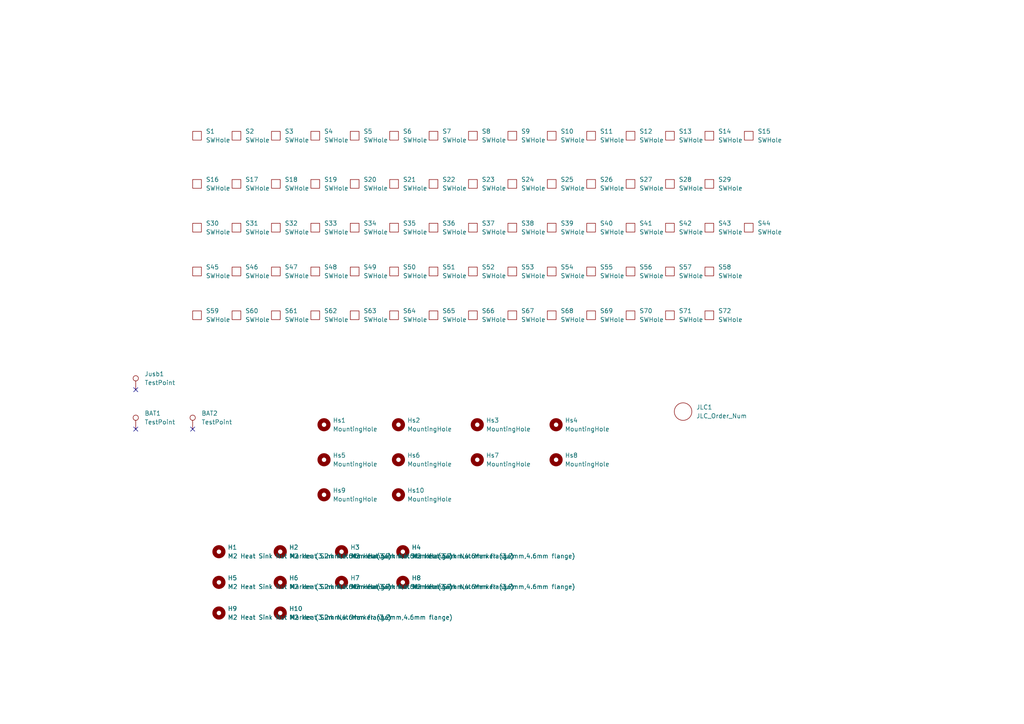
<source format=kicad_sch>
(kicad_sch (version 20250114) (generator "eeschema") (generator_version "9.0")
  (paper "A4")
  (lib_symbols
    (symbol "Connector:TestPoint" (pin_numbers (hide yes)) (pin_names (offset 0.762) (hide yes))
      (property "Reference" "TP" (at 0 6.858 0))
      (property "Value" "TestPoint" (at 0 5.08 0))
      (symbol "TestPoint_0_1"
        (circle (center 0 3.302) (radius 0.762))
      )
      (symbol "TestPoint_1_1"
        (pin passive line (at 0 0 90) (length 2.54) (name "1") (number "1"))
      )
    )
    (symbol "Mechanical:MountingHole" (pin_names (offset 1.016)) (in_bom no)
      (property "Reference" "H" (at 0 5.08 0))
      (property "Value" "MountingHole" (at 0 3.175 0))
      (symbol "MountingHole_0_1"
        (circle (center 0 0) (radius 1.27) (stroke (width 1.27)))
      )
    )
    (symbol "tmr-lib:JLC_Order_Num"
      (property "Reference" "JLC" (at 0 0 0))
      (property "Value" "JLC_Order_Num" (at 0 0 0))
      (symbol "JLC_Order_Num_0_1"
        (circle (center 0 0) (radius 2.54) (stroke (width 0.1524)))
      )
    )
    (symbol "tmr-lib:SWHole"
      (property "Reference" "S" (at 0 2.54 0))
      (property "Value" "SWHole" (at 0 -2.54 0))
      (symbol "SWHole_0_1"
        (rectangle (start -1.27 1.27) (end 1.27 -1.27) (stroke (width 0.1524)))
      )
    )
  )
  (no_connect (at 39.37 124.46))
  (no_connect (at 39.37 113.03))
  (no_connect (at 55.88 124.46))
  (symbol (lib_id "tmr-lib:SWHole") (at 125.73 53.34 0) (unit 1)
    (property "Reference" "S22" (at 128.27 52.0699 0) (effects (justify left)))
    (property "Value" "SWHole" (at 128.27 54.6099 0) (effects (justify left)))
    (property "Footprint" "tmr-lib:Switch_Cutout" (effects (hide yes)))
  )
  (symbol (lib_id "tmr-lib:SWHole") (at 148.59 66.04 0) (unit 1)
    (property "Reference" "S38" (at 151.13 64.7699 0) (effects (justify left)))
    (property "Value" "SWHole" (at 151.13 67.3099 0) (effects (justify left)))
    (property "Footprint" "tmr-lib:Switch_Cutout" (effects (hide yes)))
  )
  (symbol (lib_id "tmr-lib:SWHole") (at 68.58 91.44 0) (unit 1)
    (property "Reference" "S60" (at 71.12 90.1699 0) (effects (justify left)))
    (property "Value" "SWHole" (at 71.12 92.7099 0) (effects (justify left)))
    (property "Footprint" "tmr-lib:Switch_Cutout_1.25u" (effects (hide yes)))
  )
  (symbol (lib_id "tmr-lib:SWHole") (at 137.16 66.04 0) (unit 1)
    (property "Reference" "S37" (at 139.7 64.7699 0) (effects (justify left)))
    (property "Value" "SWHole" (at 139.7 67.3099 0) (effects (justify left)))
    (property "Footprint" "tmr-lib:Switch_Cutout" (effects (hide yes)))
  )
  (symbol (lib_id "Mechanical:MountingHole") (at 115.57 133.35 0) (unit 1) (in_bom no)
    (property "Reference" "Hs6" (at 118.11 132.0799 0) (effects (justify left)))
    (property "Value" "MountingHole" (at 118.11 134.6199 0) (effects (justify left)))
    (property "Footprint" "MountingHole:MountingHole_2.1mm" (effects (hide yes)))
    (property "Description" "Mounting Hole without connection" (effects (hide yes)))
  )
  (symbol (lib_id "tmr-lib:SWHole") (at 205.74 78.74 0) (unit 1)
    (property "Reference" "S58" (at 208.28 77.4699 0) (effects (justify left)))
    (property "Value" "SWHole" (at 208.28 80.0099 0) (effects (justify left)))
    (property "Footprint" "tmr-lib:Switch_Cutout" (effects (hide yes)))
  )
  (symbol (lib_id "Mechanical:MountingHole") (at 63.5 168.91 0) (unit 1) (in_bom no)
    (property "Reference" "H5" (at 66.04 167.6399 0) (effects (justify left)))
    (property "Value" "M2 Heat Sink Nut Marker (3.2mm,4.6mm flange)" (at 66.04 170.1799 0) (effects (justify left)))
    (property "Footprint" "tmr-lib:M2_HeatSinkNut_Flanged" (effects (hide yes)))
    (property "Description" "Mounting Hole without connection" (effects (hide yes)))
  )
  (symbol (lib_id "tmr-lib:SWHole") (at 102.87 53.34 0) (unit 1)
    (property "Reference" "S20" (at 105.41 52.0699 0) (effects (justify left)))
    (property "Value" "SWHole" (at 105.41 54.6099 0) (effects (justify left)))
    (property "Footprint" "tmr-lib:Switch_Cutout" (effects (hide yes)))
  )
  (symbol (lib_id "tmr-lib:SWHole") (at 114.3 78.74 0) (unit 1)
    (property "Reference" "S50" (at 116.84 77.4699 0) (effects (justify left)))
    (property "Value" "SWHole" (at 116.84 80.0099 0) (effects (justify left)))
    (property "Footprint" "tmr-lib:Switch_Cutout" (effects (hide yes)))
  )
  (symbol (lib_id "Mechanical:MountingHole") (at 81.28 160.02 0) (unit 1) (in_bom no)
    (property "Reference" "H2" (at 83.82 158.7499 0) (effects (justify left)))
    (property "Value" "M2 Heat Sink Nut Marker (3.2mm,4.6mm flange)" (at 83.82 161.2899 0) (effects (justify left)))
    (property "Footprint" "tmr-lib:M2_HeatSinkNut_Flanged" (effects (hide yes)))
    (property "Description" "Mounting Hole without connection" (effects (hide yes)))
  )
  (symbol (lib_id "tmr-lib:SWHole") (at 114.3 91.44 0) (unit 1)
    (property "Reference" "S64" (at 116.84 90.1699 0) (effects (justify left)))
    (property "Value" "SWHole" (at 116.84 92.7099 0) (effects (justify left)))
    (property "Footprint" "tmr-lib:Switch_Cutout_2u" (effects (hide yes)))
  )
  (symbol (lib_id "tmr-lib:SWHole") (at 80.01 78.74 0) (unit 1)
    (property "Reference" "S47" (at 82.55 77.4699 0) (effects (justify left)))
    (property "Value" "SWHole" (at 82.55 80.0099 0) (effects (justify left)))
    (property "Footprint" "tmr-lib:Switch_Cutout" (effects (hide yes)))
  )
  (symbol (lib_id "tmr-lib:SWHole") (at 114.3 39.37 0) (unit 1)
    (property "Reference" "S6" (at 116.84 38.0999 0) (effects (justify left)))
    (property "Value" "SWHole" (at 116.84 40.6399 0) (effects (justify left)))
    (property "Footprint" "tmr-lib:Switch_Cutout" (effects (hide yes)))
  )
  (symbol (lib_id "tmr-lib:SWHole") (at 68.58 53.34 0) (unit 1)
    (property "Reference" "S17" (at 71.12 52.0699 0) (effects (justify left)))
    (property "Value" "SWHole" (at 71.12 54.6099 0) (effects (justify left)))
    (property "Footprint" "tmr-lib:Switch_Cutout" (effects (hide yes)))
  )
  (symbol (lib_id "Mechanical:MountingHole") (at 161.29 133.35 0) (unit 1) (in_bom no)
    (property "Reference" "Hs8" (at 163.83 132.0799 0) (effects (justify left)))
    (property "Value" "MountingHole" (at 163.83 134.6199 0) (effects (justify left)))
    (property "Footprint" "MountingHole:MountingHole_2.1mm" (effects (hide yes)))
    (property "Description" "Mounting Hole without connection" (effects (hide yes)))
  )
  (symbol (lib_id "tmr-lib:SWHole") (at 194.31 78.74 0) (unit 1)
    (property "Reference" "S57" (at 196.85 77.4699 0) (effects (justify left)))
    (property "Value" "SWHole" (at 196.85 80.0099 0) (effects (justify left)))
    (property "Footprint" "tmr-lib:Switch_Cutout_1.25u" (effects (hide yes)))
  )
  (symbol (lib_id "tmr-lib:SWHole") (at 194.31 53.34 0) (unit 1)
    (property "Reference" "S28" (at 196.85 52.0699 0) (effects (justify left)))
    (property "Value" "SWHole" (at 196.85 54.6099 0) (effects (justify left)))
    (property "Footprint" "tmr-lib:Switch_Cutout" (effects (hide yes)))
  )
  (symbol (lib_id "tmr-lib:SWHole") (at 194.31 66.04 0) (unit 1)
    (property "Reference" "S42" (at 196.85 64.7699 0) (effects (justify left)))
    (property "Value" "SWHole" (at 196.85 67.3099 0) (effects (justify left)))
    (property "Footprint" "tmr-lib:Switch_Cutout" (effects (hide yes)))
  )
  (symbol (lib_id "tmr-lib:SWHole") (at 68.58 66.04 0) (unit 1)
    (property "Reference" "S31" (at 71.12 64.7699 0) (effects (justify left)))
    (property "Value" "SWHole" (at 71.12 67.3099 0) (effects (justify left)))
    (property "Footprint" "tmr-lib:Switch_Cutout" (effects (hide yes)))
  )
  (symbol (lib_id "tmr-lib:SWHole") (at 102.87 66.04 0) (unit 1)
    (property "Reference" "S34" (at 105.41 64.7699 0) (effects (justify left)))
    (property "Value" "SWHole" (at 105.41 67.3099 0) (effects (justify left)))
    (property "Footprint" "tmr-lib:Switch_Cutout" (effects (hide yes)))
  )
  (symbol (lib_id "tmr-lib:SWHole") (at 57.15 78.74 0) (unit 1)
    (property "Reference" "S45" (at 59.69 77.4699 0) (effects (justify left)))
    (property "Value" "SWHole" (at 59.69 80.0099 0) (effects (justify left)))
    (property "Footprint" "tmr-lib:Switch_Cutout_1.25u" (effects (hide yes)))
  )
  (symbol (lib_id "Mechanical:MountingHole") (at 93.98 123.19 0) (unit 1) (in_bom no)
    (property "Reference" "Hs1" (at 96.52 121.9199 0) (effects (justify left)))
    (property "Value" "MountingHole" (at 96.52 124.4599 0) (effects (justify left)))
    (property "Footprint" "MountingHole:MountingHole_2.1mm" (effects (hide yes)))
    (property "Description" "Mounting Hole without connection" (effects (hide yes)))
  )
  (symbol (lib_id "tmr-lib:SWHole") (at 57.15 39.37 0) (unit 1)
    (property "Reference" "S1" (at 59.69 38.0999 0) (effects (justify left)))
    (property "Value" "SWHole" (at 59.69 40.6399 0) (effects (justify left)))
    (property "Footprint" "tmr-lib:Switch_Cutout" (effects (hide yes)))
  )
  (symbol (lib_id "tmr-lib:SWHole") (at 205.74 91.44 0) (unit 1)
    (property "Reference" "S72" (at 208.28 90.1699 0) (effects (justify left)))
    (property "Value" "SWHole" (at 208.28 92.7099 0) (effects (justify left)))
    (property "Footprint" "tmr-lib:Switch_Cutout" (effects (hide yes)))
  )
  (symbol (lib_id "tmr-lib:SWHole") (at 125.73 39.37 0) (unit 1)
    (property "Reference" "S7" (at 128.27 38.0999 0) (effects (justify left)))
    (property "Value" "SWHole" (at 128.27 40.6399 0) (effects (justify left)))
    (property "Footprint" "tmr-lib:Switch_Cutout" (effects (hide yes)))
  )
  (symbol (lib_id "tmr-lib:SWHole") (at 148.59 39.37 0) (unit 1)
    (property "Reference" "S9" (at 151.13 38.0999 0) (effects (justify left)))
    (property "Value" "SWHole" (at 151.13 40.6399 0) (effects (justify left)))
    (property "Footprint" "tmr-lib:Switch_Cutout" (effects (hide yes)))
  )
  (symbol (lib_id "tmr-lib:SWHole") (at 68.58 78.74 0) (unit 1)
    (property "Reference" "S46" (at 71.12 77.4699 0) (effects (justify left)))
    (property "Value" "SWHole" (at 71.12 80.0099 0) (effects (justify left)))
    (property "Footprint" "tmr-lib:Switch_Cutout_1.75u" (effects (hide yes)))
  )
  (symbol (lib_id "tmr-lib:SWHole") (at 171.45 91.44 0) (unit 1)
    (property "Reference" "S69" (at 173.99 90.1699 0) (effects (justify left)))
    (property "Value" "SWHole" (at 173.99 92.7099 0) (effects (justify left)))
    (property "Footprint" "tmr-lib:Switch_Cutout" (effects (hide yes)))
  )
  (symbol (lib_id "tmr-lib:SWHole") (at 171.45 39.37 0) (unit 1)
    (property "Reference" "S11" (at 173.99 38.0999 0) (effects (justify left)))
    (property "Value" "SWHole" (at 173.99 40.6399 0) (effects (justify left)))
    (property "Footprint" "tmr-lib:Switch_Cutout" (effects (hide yes)))
  )
  (symbol (lib_id "tmr-lib:SWHole") (at 194.31 91.44 0) (unit 1)
    (property "Reference" "S71" (at 196.85 90.1699 0) (effects (justify left)))
    (property "Value" "SWHole" (at 196.85 92.7099 0) (effects (justify left)))
    (property "Footprint" "tmr-lib:Switch_Cutout" (effects (hide yes)))
  )
  (symbol (lib_id "tmr-lib:SWHole") (at 205.74 39.37 0) (unit 1)
    (property "Reference" "S14" (at 208.28 38.0999 0) (effects (justify left)))
    (property "Value" "SWHole" (at 208.28 40.6399 0) (effects (justify left)))
    (property "Footprint" "tmr-lib:Switch_Cutout" (effects (hide yes)))
  )
  (symbol (lib_id "tmr-lib:SWHole") (at 148.59 91.44 0) (unit 1)
    (property "Reference" "S67" (at 151.13 90.1699 0) (effects (justify left)))
    (property "Value" "SWHole" (at 151.13 92.7099 0) (effects (justify left)))
    (property "Footprint" "tmr-lib:Switch_Cutout" (effects (hide yes)))
  )
  (symbol (lib_id "tmr-lib:JLC_Order_Num") (at 198.12 119.38 0) (unit 1)
    (property "Reference" "JLC1" (at 201.93 118.1099 0) (effects (justify left)))
    (property "Value" "JLC_Order_Num" (at 201.93 120.6499 0) (effects (justify left)))
    (property "Footprint" "tmr-lib:JLC_Order_Num" (effects (hide yes)))
  )
  (symbol (lib_id "tmr-lib:SWHole") (at 91.44 53.34 0) (unit 1)
    (property "Reference" "S19" (at 93.98 52.0699 0) (effects (justify left)))
    (property "Value" "SWHole" (at 93.98 54.6099 0) (effects (justify left)))
    (property "Footprint" "tmr-lib:Switch_Cutout" (effects (hide yes)))
  )
  (symbol (lib_id "tmr-lib:SWHole") (at 102.87 39.37 0) (unit 1)
    (property "Reference" "S5" (at 105.41 38.0999 0) (effects (justify left)))
    (property "Value" "SWHole" (at 105.41 40.6399 0) (effects (justify left)))
    (property "Footprint" "tmr-lib:Switch_Cutout" (effects (hide yes)))
  )
  (symbol (lib_id "tmr-lib:SWHole") (at 91.44 39.37 0) (unit 1)
    (property "Reference" "S4" (at 93.98 38.0999 0) (effects (justify left)))
    (property "Value" "SWHole" (at 93.98 40.6399 0) (effects (justify left)))
    (property "Footprint" "tmr-lib:Switch_Cutout" (effects (hide yes)))
  )
  (symbol (lib_id "tmr-lib:SWHole") (at 137.16 91.44 0) (unit 1)
    (property "Reference" "S66" (at 139.7 90.1699 0) (effects (justify left)))
    (property "Value" "SWHole" (at 139.7 92.7099 0) (effects (justify left)))
    (property "Footprint" "tmr-lib:Switch_Cutout_2u" (effects (hide yes)))
  )
  (symbol (lib_id "tmr-lib:SWHole") (at 182.88 91.44 0) (unit 1)
    (property "Reference" "S70" (at 185.42 90.1699 0) (effects (justify left)))
    (property "Value" "SWHole" (at 185.42 92.7099 0) (effects (justify left)))
    (property "Footprint" "tmr-lib:Switch_Cutout_1.25u" (effects (hide yes)))
  )
  (symbol (lib_id "tmr-lib:SWHole") (at 68.58 39.37 0) (unit 1)
    (property "Reference" "S2" (at 71.12 38.0999 0) (effects (justify left)))
    (property "Value" "SWHole" (at 71.12 40.6399 0) (effects (justify left)))
    (property "Footprint" "tmr-lib:Switch_Cutout" (effects (hide yes)))
  )
  (symbol (lib_id "tmr-lib:SWHole") (at 125.73 78.74 0) (unit 1)
    (property "Reference" "S51" (at 128.27 77.4699 0) (effects (justify left)))
    (property "Value" "SWHole" (at 128.27 80.0099 0) (effects (justify left)))
    (property "Footprint" "tmr-lib:Switch_Cutout" (effects (hide yes)))
  )
  (symbol (lib_id "Mechanical:MountingHole") (at 138.43 133.35 0) (unit 1) (in_bom no)
    (property "Reference" "Hs7" (at 140.97 132.0799 0) (effects (justify left)))
    (property "Value" "MountingHole" (at 140.97 134.6199 0) (effects (justify left)))
    (property "Footprint" "MountingHole:MountingHole_2.1mm" (effects (hide yes)))
    (property "Description" "Mounting Hole without connection" (effects (hide yes)))
  )
  (symbol (lib_id "tmr-lib:SWHole") (at 137.16 53.34 0) (unit 1)
    (property "Reference" "S23" (at 139.7 52.0699 0) (effects (justify left)))
    (property "Value" "SWHole" (at 139.7 54.6099 0) (effects (justify left)))
    (property "Footprint" "tmr-lib:Switch_Cutout" (effects (hide yes)))
  )
  (symbol (lib_id "Mechanical:MountingHole") (at 115.57 143.51 0) (unit 1) (in_bom no)
    (property "Reference" "Hs10" (at 118.11 142.2399 0) (effects (justify left)))
    (property "Value" "MountingHole" (at 118.11 144.7799 0) (effects (justify left)))
    (property "Footprint" "MountingHole:MountingHole_2.1mm" (effects (hide yes)))
    (property "Description" "Mounting Hole without connection" (effects (hide yes)))
  )
  (symbol (lib_id "Mechanical:MountingHole") (at 81.28 168.91 0) (unit 1) (in_bom no)
    (property "Reference" "H6" (at 83.82 167.6399 0) (effects (justify left)))
    (property "Value" "M2 Heat Sink Nut Marker (3.2mm,4.6mm flange)" (at 83.82 170.1799 0) (effects (justify left)))
    (property "Footprint" "tmr-lib:M2_HeatSinkNut_Flanged" (effects (hide yes)))
    (property "Description" "Mounting Hole without connection" (effects (hide yes)))
  )
  (symbol (lib_id "tmr-lib:SWHole") (at 91.44 78.74 0) (unit 1)
    (property "Reference" "S48" (at 93.98 77.4699 0) (effects (justify left)))
    (property "Value" "SWHole" (at 93.98 80.0099 0) (effects (justify left)))
    (property "Footprint" "tmr-lib:Switch_Cutout" (effects (hide yes)))
  )
  (symbol (lib_id "Mechanical:MountingHole") (at 116.84 160.02 0) (unit 1) (in_bom no)
    (property "Reference" "H4" (at 119.38 158.7499 0) (effects (justify left)))
    (property "Value" "M2 Heat Sink Nut Marker (3.2mm,4.6mm flange)" (at 119.38 161.2899 0) (effects (justify left)))
    (property "Footprint" "tmr-lib:M2_HeatSinkNut_Flanged" (effects (hide yes)))
    (property "Description" "Mounting Hole without connection" (effects (hide yes)))
  )
  (symbol (lib_id "Mechanical:MountingHole") (at 115.57 123.19 0) (unit 1) (in_bom no)
    (property "Reference" "Hs2" (at 118.11 121.9199 0) (effects (justify left)))
    (property "Value" "MountingHole" (at 118.11 124.4599 0) (effects (justify left)))
    (property "Footprint" "MountingHole:MountingHole_2.1mm" (effects (hide yes)))
    (property "Description" "Mounting Hole without connection" (effects (hide yes)))
  )
  (symbol (lib_id "tmr-lib:SWHole") (at 80.01 53.34 0) (unit 1)
    (property "Reference" "S18" (at 82.55 52.0699 0) (effects (justify left)))
    (property "Value" "SWHole" (at 82.55 54.6099 0) (effects (justify left)))
    (property "Footprint" "tmr-lib:Switch_Cutout" (effects (hide yes)))
  )
  (symbol (lib_id "tmr-lib:SWHole") (at 171.45 78.74 0) (unit 1)
    (property "Reference" "S55" (at 173.99 77.4699 0) (effects (justify left)))
    (property "Value" "SWHole" (at 173.99 80.0099 0) (effects (justify left)))
    (property "Footprint" "tmr-lib:Switch_Cutout" (effects (hide yes)))
  )
  (symbol (lib_id "tmr-lib:SWHole") (at 80.01 66.04 0) (unit 1)
    (property "Reference" "S32" (at 82.55 64.7699 0) (effects (justify left)))
    (property "Value" "SWHole" (at 82.55 67.3099 0) (effects (justify left)))
    (property "Footprint" "tmr-lib:Switch_Cutout" (effects (hide yes)))
  )
  (symbol (lib_id "tmr-lib:SWHole") (at 102.87 78.74 0) (unit 1)
    (property "Reference" "S49" (at 105.41 77.4699 0) (effects (justify left)))
    (property "Value" "SWHole" (at 105.41 80.0099 0) (effects (justify left)))
    (property "Footprint" "tmr-lib:Switch_Cutout" (effects (hide yes)))
  )
  (symbol (lib_id "Mechanical:MountingHole") (at 81.28 177.8 0) (unit 1) (in_bom no)
    (property "Reference" "H10" (at 83.82 176.5299 0) (effects (justify left)))
    (property "Value" "M2 Heat Sink Nut Marker (3.2mm,4.6mm flange)" (at 83.82 179.0699 0) (effects (justify left)))
    (property "Footprint" "tmr-lib:M2_HeatSinkNut_Flanged" (effects (hide yes)))
    (property "Description" "Mounting Hole without connection" (effects (hide yes)))
  )
  (symbol (lib_id "Mechanical:MountingHole") (at 138.43 123.19 0) (unit 1) (in_bom no)
    (property "Reference" "Hs3" (at 140.97 121.9199 0) (effects (justify left)))
    (property "Value" "MountingHole" (at 140.97 124.4599 0) (effects (justify left)))
    (property "Footprint" "MountingHole:MountingHole_2.1mm" (effects (hide yes)))
    (property "Description" "Mounting Hole without connection" (effects (hide yes)))
  )
  (symbol (lib_id "Connector:TestPoint") (at 39.37 113.03 0) (unit 1)
    (property "Reference" "Jusb1" (at 41.91 108.4579 0) (effects (justify left)))
    (property "Value" "TestPoint" (at 41.91 110.9979 0) (effects (justify left)))
    (property "Footprint" "tmr-lib:Dummy" (effects (hide yes)))
    (property "Description" "test point" (effects (hide yes)))
  )
  (symbol (lib_id "Mechanical:MountingHole") (at 63.5 160.02 0) (unit 1) (in_bom no)
    (property "Reference" "H1" (at 66.04 158.7499 0) (effects (justify left)))
    (property "Value" "M2 Heat Sink Nut Marker (3.2mm,4.6mm flange)" (at 66.04 161.2899 0) (effects (justify left)))
    (property "Footprint" "tmr-lib:M2_HeatSinkNut_Flanged" (effects (hide yes)))
    (property "Description" "Mounting Hole without connection" (effects (hide yes)))
  )
  (symbol (lib_id "tmr-lib:SWHole") (at 160.02 39.37 0) (unit 1)
    (property "Reference" "S10" (at 162.56 38.0999 0) (effects (justify left)))
    (property "Value" "SWHole" (at 162.56 40.6399 0) (effects (justify left)))
    (property "Footprint" "tmr-lib:Switch_Cutout" (effects (hide yes)))
  )
  (symbol (lib_id "tmr-lib:SWHole") (at 114.3 66.04 0) (unit 1)
    (property "Reference" "S35" (at 116.84 64.7699 0) (effects (justify left)))
    (property "Value" "SWHole" (at 116.84 67.3099 0) (effects (justify left)))
    (property "Footprint" "tmr-lib:Switch_Cutout" (effects (hide yes)))
  )
  (symbol (lib_id "tmr-lib:SWHole") (at 57.15 53.34 0) (unit 1)
    (property "Reference" "S16" (at 59.69 52.0699 0) (effects (justify left)))
    (property "Value" "SWHole" (at 59.69 54.6099 0) (effects (justify left)))
    (property "Footprint" "tmr-lib:Switch_Cutout" (effects (hide yes)))
  )
  (symbol (lib_id "tmr-lib:SWHole") (at 205.74 66.04 0) (unit 1)
    (property "Reference" "S43" (at 208.28 64.7699 0) (effects (justify left)))
    (property "Value" "SWHole" (at 208.28 67.3099 0) (effects (justify left)))
    (property "Footprint" "tmr-lib:Switch_Cutout" (effects (hide yes)))
  )
  (symbol (lib_id "tmr-lib:SWHole") (at 160.02 78.74 0) (unit 1)
    (property "Reference" "S54" (at 162.56 77.4699 0) (effects (justify left)))
    (property "Value" "SWHole" (at 162.56 80.0099 0) (effects (justify left)))
    (property "Footprint" "tmr-lib:Switch_Cutout" (effects (hide yes)))
  )
  (symbol (lib_id "tmr-lib:SWHole") (at 171.45 53.34 0) (unit 1)
    (property "Reference" "S26" (at 173.99 52.0699 0) (effects (justify left)))
    (property "Value" "SWHole" (at 173.99 54.6099 0) (effects (justify left)))
    (property "Footprint" "tmr-lib:Switch_Cutout" (effects (hide yes)))
  )
  (symbol (lib_id "Mechanical:MountingHole") (at 99.06 168.91 0) (unit 1) (in_bom no)
    (property "Reference" "H7" (at 101.6 167.6399 0) (effects (justify left)))
    (property "Value" "M2 Heat Sink Nut Marker (3.2mm,4.6mm flange)" (at 101.6 170.1799 0) (effects (justify left)))
    (property "Footprint" "tmr-lib:M2_HeatSinkNut_Flanged" (effects (hide yes)))
    (property "Description" "Mounting Hole without connection" (effects (hide yes)))
  )
  (symbol (lib_id "Mechanical:MountingHole") (at 93.98 143.51 0) (unit 1) (in_bom no)
    (property "Reference" "Hs9" (at 96.52 142.2399 0) (effects (justify left)))
    (property "Value" "MountingHole" (at 96.52 144.7799 0) (effects (justify left)))
    (property "Footprint" "MountingHole:MountingHole_2.1mm" (effects (hide yes)))
    (property "Description" "Mounting Hole without connection" (effects (hide yes)))
  )
  (symbol (lib_id "tmr-lib:SWHole") (at 182.88 78.74 0) (unit 1)
    (property "Reference" "S56" (at 185.42 77.4699 0) (effects (justify left)))
    (property "Value" "SWHole" (at 185.42 80.0099 0) (effects (justify left)))
    (property "Footprint" "tmr-lib:Switch_Cutout" (effects (hide yes)))
  )
  (symbol (lib_id "Mechanical:MountingHole") (at 99.06 160.02 0) (unit 1) (in_bom no)
    (property "Reference" "H3" (at 101.6 158.7499 0) (effects (justify left)))
    (property "Value" "M2 Heat Sink Nut Marker (3.2mm,4.6mm flange)" (at 101.6 161.2899 0) (effects (justify left)))
    (property "Footprint" "tmr-lib:M2_HeatSinkNut_Flanged" (effects (hide yes)))
    (property "Description" "Mounting Hole without connection" (effects (hide yes)))
  )
  (symbol (lib_id "Mechanical:MountingHole") (at 93.98 133.35 0) (unit 1) (in_bom no)
    (property "Reference" "Hs5" (at 96.52 132.0799 0) (effects (justify left)))
    (property "Value" "MountingHole" (at 96.52 134.6199 0) (effects (justify left)))
    (property "Footprint" "MountingHole:MountingHole_2.1mm" (effects (hide yes)))
    (property "Description" "Mounting Hole without connection" (effects (hide yes)))
  )
  (symbol (lib_id "tmr-lib:SWHole") (at 91.44 91.44 0) (unit 1)
    (property "Reference" "S62" (at 93.98 90.1699 0) (effects (justify left)))
    (property "Value" "SWHole" (at 93.98 92.7099 0) (effects (justify left)))
    (property "Footprint" "tmr-lib:Switch_Cutout" (effects (hide yes)))
  )
  (symbol (lib_id "tmr-lib:SWHole") (at 137.16 39.37 0) (unit 1)
    (property "Reference" "S8" (at 139.7 38.0999 0) (effects (justify left)))
    (property "Value" "SWHole" (at 139.7 40.6399 0) (effects (justify left)))
    (property "Footprint" "tmr-lib:Switch_Cutout" (effects (hide yes)))
  )
  (symbol (lib_id "tmr-lib:SWHole") (at 182.88 39.37 0) (unit 1)
    (property "Reference" "S12" (at 185.42 38.0999 0) (effects (justify left)))
    (property "Value" "SWHole" (at 185.42 40.6399 0) (effects (justify left)))
    (property "Footprint" "tmr-lib:Switch_Cutout" (effects (hide yes)))
  )
  (symbol (lib_id "tmr-lib:SWHole") (at 182.88 66.04 0) (unit 1)
    (property "Reference" "S41" (at 185.42 64.7699 0) (effects (justify left)))
    (property "Value" "SWHole" (at 185.42 67.3099 0) (effects (justify left)))
    (property "Footprint" "tmr-lib:Switch_Cutout" (effects (hide yes)))
  )
  (symbol (lib_id "tmr-lib:SWHole") (at 57.15 66.04 0) (unit 1)
    (property "Reference" "S30" (at 59.69 64.7699 0) (effects (justify left)))
    (property "Value" "SWHole" (at 59.69 67.3099 0) (effects (justify left)))
    (property "Footprint" "tmr-lib:Switch_Cutout_1.25u" (effects (hide yes)))
  )
  (symbol (lib_id "tmr-lib:SWHole") (at 137.16 78.74 0) (unit 1)
    (property "Reference" "S52" (at 139.7 77.4699 0) (effects (justify left)))
    (property "Value" "SWHole" (at 139.7 80.0099 0) (effects (justify left)))
    (property "Footprint" "tmr-lib:Switch_Cutout" (effects (hide yes)))
  )
  (symbol (lib_id "tmr-lib:SWHole") (at 125.73 91.44 0) (unit 1)
    (property "Reference" "S65" (at 128.27 90.1699 0) (effects (justify left)))
    (property "Value" "SWHole" (at 128.27 92.7099 0) (effects (justify left)))
    (property "Footprint" "tmr-lib:Switch_Cutout" (effects (hide yes)))
  )
  (symbol (lib_id "tmr-lib:SWHole") (at 148.59 78.74 0) (unit 1)
    (property "Reference" "S53" (at 151.13 77.4699 0) (effects (justify left)))
    (property "Value" "SWHole" (at 151.13 80.0099 0) (effects (justify left)))
    (property "Footprint" "tmr-lib:Switch_Cutout" (effects (hide yes)))
  )
  (symbol (lib_id "tmr-lib:SWHole") (at 160.02 53.34 0) (unit 1)
    (property "Reference" "S25" (at 162.56 52.0699 0) (effects (justify left)))
    (property "Value" "SWHole" (at 162.56 54.6099 0) (effects (justify left)))
    (property "Footprint" "tmr-lib:Switch_Cutout" (effects (hide yes)))
  )
  (symbol (lib_id "Connector:TestPoint") (at 39.37 124.46 0) (unit 1)
    (property "Reference" "BAT1" (at 41.91 119.8879 0) (effects (justify left)))
    (property "Value" "TestPoint" (at 41.91 122.4279 0) (effects (justify left)))
    (property "Footprint" "tmr-lib:Dummy" (effects (hide yes)))
    (property "Description" "test point" (effects (hide yes)))
  )
  (symbol (lib_id "tmr-lib:SWHole") (at 160.02 91.44 0) (unit 1)
    (property "Reference" "S68" (at 162.56 90.1699 0) (effects (justify left)))
    (property "Value" "SWHole" (at 162.56 92.7099 0) (effects (justify left)))
    (property "Footprint" "tmr-lib:Switch_Cutout" (effects (hide yes)))
  )
  (symbol (lib_id "tmr-lib:SWHole") (at 148.59 53.34 0) (unit 1)
    (property "Reference" "S24" (at 151.13 52.0699 0) (effects (justify left)))
    (property "Value" "SWHole" (at 151.13 54.6099 0) (effects (justify left)))
    (property "Footprint" "tmr-lib:Switch_Cutout" (effects (hide yes)))
  )
  (symbol (lib_id "Mechanical:MountingHole") (at 116.84 168.91 0) (unit 1) (in_bom no)
    (property "Reference" "H8" (at 119.38 167.6399 0) (effects (justify left)))
    (property "Value" "M2 Heat Sink Nut Marker (3.2mm,4.6mm flange)" (at 119.38 170.1799 0) (effects (justify left)))
    (property "Footprint" "tmr-lib:M2_HeatSinkNut_Flanged" (effects (hide yes)))
    (property "Description" "Mounting Hole without connection" (effects (hide yes)))
  )
  (symbol (lib_id "tmr-lib:SWHole") (at 217.17 39.37 0) (unit 1)
    (property "Reference" "S15" (at 219.71 38.0999 0) (effects (justify left)))
    (property "Value" "SWHole" (at 219.71 40.6399 0) (effects (justify left)))
    (property "Footprint" "tmr-lib:Switch_Cutout" (effects (hide yes)))
  )
  (symbol (lib_id "tmr-lib:SWHole") (at 217.17 66.04 0) (unit 1)
    (property "Reference" "S44" (at 219.71 64.7699 0) (effects (justify left)))
    (property "Value" "SWHole" (at 219.71 67.3099 0) (effects (justify left)))
    (property "Footprint" "tmr-lib:Switch_Cutout" (effects (hide yes)))
  )
  (symbol (lib_id "tmr-lib:SWHole") (at 80.01 39.37 0) (unit 1)
    (property "Reference" "S3" (at 82.55 38.0999 0) (effects (justify left)))
    (property "Value" "SWHole" (at 82.55 40.6399 0) (effects (justify left)))
    (property "Footprint" "tmr-lib:Switch_Cutout" (effects (hide yes)))
  )
  (symbol (lib_id "tmr-lib:SWHole") (at 80.01 91.44 0) (unit 1)
    (property "Reference" "S61" (at 82.55 90.1699 0) (effects (justify left)))
    (property "Value" "SWHole" (at 82.55 92.7099 0) (effects (justify left)))
    (property "Footprint" "tmr-lib:Switch_Cutout" (effects (hide yes)))
  )
  (symbol (lib_id "tmr-lib:SWHole") (at 160.02 66.04 0) (unit 1)
    (property "Reference" "S39" (at 162.56 64.7699 0) (effects (justify left)))
    (property "Value" "SWHole" (at 162.56 67.3099 0) (effects (justify left)))
    (property "Footprint" "tmr-lib:Switch_Cutout" (effects (hide yes)))
  )
  (symbol (lib_id "tmr-lib:SWHole") (at 125.73 66.04 0) (unit 1)
    (property "Reference" "S36" (at 128.27 64.7699 0) (effects (justify left)))
    (property "Value" "SWHole" (at 128.27 67.3099 0) (effects (justify left)))
    (property "Footprint" "tmr-lib:Switch_Cutout" (effects (hide yes)))
  )
  (symbol (lib_id "Connector:TestPoint") (at 55.88 124.46 0) (unit 1)
    (property "Reference" "BAT2" (at 58.42 119.8879 0) (effects (justify left)))
    (property "Value" "TestPoint" (at 58.42 122.4279 0) (effects (justify left)))
    (property "Footprint" "tmr-lib:Dummy" (effects (hide yes)))
    (property "Description" "test point" (effects (hide yes)))
  )
  (symbol (lib_id "Mechanical:MountingHole") (at 63.5 177.8 0) (unit 1) (in_bom no)
    (property "Reference" "H9" (at 66.04 176.5299 0) (effects (justify left)))
    (property "Value" "M2 Heat Sink Nut Marker (3.2mm,4.6mm flange)" (at 66.04 179.0699 0) (effects (justify left)))
    (property "Footprint" "tmr-lib:M2_HeatSinkNut_Flanged" (effects (hide yes)))
    (property "Description" "Mounting Hole without connection" (effects (hide yes)))
  )
  (symbol (lib_id "tmr-lib:SWHole") (at 194.31 39.37 0) (unit 1)
    (property "Reference" "S13" (at 196.85 38.0999 0) (effects (justify left)))
    (property "Value" "SWHole" (at 196.85 40.6399 0) (effects (justify left)))
    (property "Footprint" "tmr-lib:Switch_Cutout" (effects (hide yes)))
  )
  (symbol (lib_id "tmr-lib:SWHole") (at 171.45 66.04 0) (unit 1)
    (property "Reference" "S40" (at 173.99 64.7699 0) (effects (justify left)))
    (property "Value" "SWHole" (at 173.99 67.3099 0) (effects (justify left)))
    (property "Footprint" "tmr-lib:Switch_Cutout" (effects (hide yes)))
  )
  (symbol (lib_id "tmr-lib:SWHole") (at 205.74 53.34 0) (unit 1)
    (property "Reference" "S29" (at 208.28 52.0699 0) (effects (justify left)))
    (property "Value" "SWHole" (at 208.28 54.6099 0) (effects (justify left)))
    (property "Footprint" "tmr-lib:Switch_Cutout" (effects (hide yes)))
  )
  (symbol (lib_id "Mechanical:MountingHole") (at 161.29 123.19 0) (unit 1) (in_bom no)
    (property "Reference" "Hs4" (at 163.83 121.9199 0) (effects (justify left)))
    (property "Value" "MountingHole" (at 163.83 124.4599 0) (effects (justify left)))
    (property "Footprint" "MountingHole:MountingHole_2.1mm" (effects (hide yes)))
    (property "Description" "Mounting Hole without connection" (effects (hide yes)))
  )
  (symbol (lib_id "tmr-lib:SWHole") (at 57.15 91.44 0) (unit 1)
    (property "Reference" "S59" (at 59.69 90.1699 0) (effects (justify left)))
    (property "Value" "SWHole" (at 59.69 92.7099 0) (effects (justify left)))
    (property "Footprint" "tmr-lib:Switch_Cutout_1.25u" (effects (hide yes)))
  )
  (symbol (lib_id "tmr-lib:SWHole") (at 102.87 91.44 0) (unit 1)
    (property "Reference" "S63" (at 105.41 90.1699 0) (effects (justify left)))
    (property "Value" "SWHole" (at 105.41 92.7099 0) (effects (justify left)))
    (property "Footprint" "tmr-lib:Switch_Cutout" (effects (hide yes)))
  )
  (symbol (lib_id "tmr-lib:SWHole") (at 182.88 53.34 0) (unit 1)
    (property "Reference" "S27" (at 185.42 52.0699 0) (effects (justify left)))
    (property "Value" "SWHole" (at 185.42 54.6099 0) (effects (justify left)))
    (property "Footprint" "tmr-lib:Switch_Cutout" (effects (hide yes)))
  )
  (symbol (lib_id "tmr-lib:SWHole") (at 91.44 66.04 0) (unit 1)
    (property "Reference" "S33" (at 93.98 64.7699 0) (effects (justify left)))
    (property "Value" "SWHole" (at 93.98 67.3099 0) (effects (justify left)))
    (property "Footprint" "tmr-lib:Switch_Cutout" (effects (hide yes)))
  )
  (symbol (lib_id "tmr-lib:SWHole") (at 114.3 53.34 0) (unit 1)
    (property "Reference" "S21" (at 116.84 52.0699 0) (effects (justify left)))
    (property "Value" "SWHole" (at 116.84 54.6099 0) (effects (justify left)))
    (property "Footprint" "tmr-lib:Switch_Cutout" (effects (hide yes)))
  )
)
</source>
